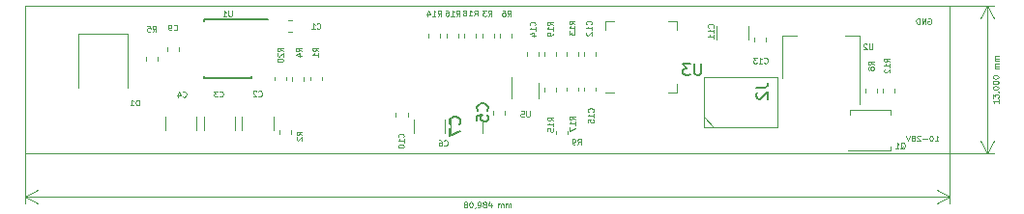
<source format=gbr>
G04 #@! TF.GenerationSoftware,KiCad,Pcbnew,(5.1.5-0-10_14)*
G04 #@! TF.CreationDate,2021-02-26T10:59:33+01:00*
G04 #@! TF.ProjectId,L_tfix,4cf67466-6978-42e6-9b69-6361645f7063,rev?*
G04 #@! TF.SameCoordinates,Original*
G04 #@! TF.FileFunction,Legend,Bot*
G04 #@! TF.FilePolarity,Positive*
%FSLAX46Y46*%
G04 Gerber Fmt 4.6, Leading zero omitted, Abs format (unit mm)*
G04 Created by KiCad (PCBNEW (5.1.5-0-10_14)) date 2021-02-26 10:59:33*
%MOMM*%
%LPD*%
G04 APERTURE LIST*
%ADD10C,0.100000*%
%ADD11C,0.120000*%
%ADD12C,0.050000*%
%ADD13C,0.150000*%
G04 APERTURE END LIST*
D10*
X100080952Y-21150000D02*
X100128571Y-21126190D01*
X100200000Y-21126190D01*
X100271428Y-21150000D01*
X100319047Y-21197619D01*
X100342857Y-21245238D01*
X100366666Y-21340476D01*
X100366666Y-21411904D01*
X100342857Y-21507142D01*
X100319047Y-21554761D01*
X100271428Y-21602380D01*
X100200000Y-21626190D01*
X100152380Y-21626190D01*
X100080952Y-21602380D01*
X100057142Y-21578571D01*
X100057142Y-21411904D01*
X100152380Y-21411904D01*
X99842857Y-21626190D02*
X99842857Y-21126190D01*
X99557142Y-21626190D01*
X99557142Y-21126190D01*
X99319047Y-21626190D02*
X99319047Y-21126190D01*
X99200000Y-21126190D01*
X99128571Y-21150000D01*
X99080952Y-21197619D01*
X99057142Y-21245238D01*
X99033333Y-21340476D01*
X99033333Y-21411904D01*
X99057142Y-21507142D01*
X99080952Y-21554761D01*
X99128571Y-21602380D01*
X99200000Y-21626190D01*
X99319047Y-21626190D01*
X100695238Y-31926190D02*
X100980952Y-31926190D01*
X100838095Y-31926190D02*
X100838095Y-31426190D01*
X100885714Y-31497619D01*
X100933333Y-31545238D01*
X100980952Y-31569047D01*
X100385714Y-31426190D02*
X100338095Y-31426190D01*
X100290476Y-31450000D01*
X100266666Y-31473809D01*
X100242857Y-31521428D01*
X100219047Y-31616666D01*
X100219047Y-31735714D01*
X100242857Y-31830952D01*
X100266666Y-31878571D01*
X100290476Y-31902380D01*
X100338095Y-31926190D01*
X100385714Y-31926190D01*
X100433333Y-31902380D01*
X100457142Y-31878571D01*
X100480952Y-31830952D01*
X100504761Y-31735714D01*
X100504761Y-31616666D01*
X100480952Y-31521428D01*
X100457142Y-31473809D01*
X100433333Y-31450000D01*
X100385714Y-31426190D01*
X100004761Y-31735714D02*
X99623809Y-31735714D01*
X99409523Y-31473809D02*
X99385714Y-31450000D01*
X99338095Y-31426190D01*
X99219047Y-31426190D01*
X99171428Y-31450000D01*
X99147619Y-31473809D01*
X99123809Y-31521428D01*
X99123809Y-31569047D01*
X99147619Y-31640476D01*
X99433333Y-31926190D01*
X99123809Y-31926190D01*
X98838095Y-31640476D02*
X98885714Y-31616666D01*
X98909523Y-31592857D01*
X98933333Y-31545238D01*
X98933333Y-31521428D01*
X98909523Y-31473809D01*
X98885714Y-31450000D01*
X98838095Y-31426190D01*
X98742857Y-31426190D01*
X98695238Y-31450000D01*
X98671428Y-31473809D01*
X98647619Y-31521428D01*
X98647619Y-31545238D01*
X98671428Y-31592857D01*
X98695238Y-31616666D01*
X98742857Y-31640476D01*
X98838095Y-31640476D01*
X98885714Y-31664285D01*
X98909523Y-31688095D01*
X98933333Y-31735714D01*
X98933333Y-31830952D01*
X98909523Y-31878571D01*
X98885714Y-31902380D01*
X98838095Y-31926190D01*
X98742857Y-31926190D01*
X98695238Y-31902380D01*
X98671428Y-31878571D01*
X98647619Y-31830952D01*
X98647619Y-31735714D01*
X98671428Y-31688095D01*
X98695238Y-31664285D01*
X98742857Y-31640476D01*
X98504761Y-31426190D02*
X98338095Y-31926190D01*
X98171428Y-31426190D01*
X106246190Y-28285714D02*
X106246190Y-28571428D01*
X106246190Y-28428571D02*
X105746190Y-28428571D01*
X105817619Y-28476190D01*
X105865238Y-28523809D01*
X105889047Y-28571428D01*
X105746190Y-28119047D02*
X105746190Y-27809523D01*
X105936666Y-27976190D01*
X105936666Y-27904761D01*
X105960476Y-27857142D01*
X105984285Y-27833333D01*
X106031904Y-27809523D01*
X106150952Y-27809523D01*
X106198571Y-27833333D01*
X106222380Y-27857142D01*
X106246190Y-27904761D01*
X106246190Y-28047619D01*
X106222380Y-28095238D01*
X106198571Y-28119047D01*
X106222380Y-27571428D02*
X106246190Y-27571428D01*
X106293809Y-27595238D01*
X106317619Y-27619047D01*
X105746190Y-27261904D02*
X105746190Y-27214285D01*
X105770000Y-27166666D01*
X105793809Y-27142857D01*
X105841428Y-27119047D01*
X105936666Y-27095238D01*
X106055714Y-27095238D01*
X106150952Y-27119047D01*
X106198571Y-27142857D01*
X106222380Y-27166666D01*
X106246190Y-27214285D01*
X106246190Y-27261904D01*
X106222380Y-27309523D01*
X106198571Y-27333333D01*
X106150952Y-27357142D01*
X106055714Y-27380952D01*
X105936666Y-27380952D01*
X105841428Y-27357142D01*
X105793809Y-27333333D01*
X105770000Y-27309523D01*
X105746190Y-27261904D01*
X105746190Y-26785714D02*
X105746190Y-26738095D01*
X105770000Y-26690476D01*
X105793809Y-26666666D01*
X105841428Y-26642857D01*
X105936666Y-26619047D01*
X106055714Y-26619047D01*
X106150952Y-26642857D01*
X106198571Y-26666666D01*
X106222380Y-26690476D01*
X106246190Y-26738095D01*
X106246190Y-26785714D01*
X106222380Y-26833333D01*
X106198571Y-26857142D01*
X106150952Y-26880952D01*
X106055714Y-26904761D01*
X105936666Y-26904761D01*
X105841428Y-26880952D01*
X105793809Y-26857142D01*
X105770000Y-26833333D01*
X105746190Y-26785714D01*
X105746190Y-26309523D02*
X105746190Y-26261904D01*
X105770000Y-26214285D01*
X105793809Y-26190476D01*
X105841428Y-26166666D01*
X105936666Y-26142857D01*
X106055714Y-26142857D01*
X106150952Y-26166666D01*
X106198571Y-26190476D01*
X106222380Y-26214285D01*
X106246190Y-26261904D01*
X106246190Y-26309523D01*
X106222380Y-26357142D01*
X106198571Y-26380952D01*
X106150952Y-26404761D01*
X106055714Y-26428571D01*
X105936666Y-26428571D01*
X105841428Y-26404761D01*
X105793809Y-26380952D01*
X105770000Y-26357142D01*
X105746190Y-26309523D01*
X106246190Y-25547619D02*
X105912857Y-25547619D01*
X105960476Y-25547619D02*
X105936666Y-25523809D01*
X105912857Y-25476190D01*
X105912857Y-25404761D01*
X105936666Y-25357142D01*
X105984285Y-25333333D01*
X106246190Y-25333333D01*
X105984285Y-25333333D02*
X105936666Y-25309523D01*
X105912857Y-25261904D01*
X105912857Y-25190476D01*
X105936666Y-25142857D01*
X105984285Y-25119047D01*
X106246190Y-25119047D01*
X106246190Y-24880952D02*
X105912857Y-24880952D01*
X105960476Y-24880952D02*
X105936666Y-24857142D01*
X105912857Y-24809523D01*
X105912857Y-24738095D01*
X105936666Y-24690476D01*
X105984285Y-24666666D01*
X106246190Y-24666666D01*
X105984285Y-24666666D02*
X105936666Y-24642857D01*
X105912857Y-24595238D01*
X105912857Y-24523809D01*
X105936666Y-24476190D01*
X105984285Y-24452380D01*
X106246190Y-24452380D01*
D11*
X105300000Y-33000000D02*
X105300000Y-20000000D01*
X102000000Y-33000000D02*
X105886421Y-33000000D01*
X102000000Y-20000000D02*
X105886421Y-20000000D01*
X105300000Y-20000000D02*
X105886421Y-21126504D01*
X105300000Y-20000000D02*
X104713579Y-21126504D01*
X105300000Y-33000000D02*
X105886421Y-31873496D01*
X105300000Y-33000000D02*
X104713579Y-31873496D01*
D10*
X59532073Y-37462992D02*
X59484453Y-37439185D01*
X59460642Y-37415377D01*
X59436830Y-37367759D01*
X59436828Y-37343950D01*
X59460635Y-37296329D01*
X59484443Y-37272518D01*
X59532061Y-37248706D01*
X59627299Y-37248700D01*
X59674919Y-37272507D01*
X59698730Y-37296315D01*
X59722543Y-37343933D01*
X59722544Y-37367742D01*
X59698737Y-37415363D01*
X59674929Y-37439174D01*
X59627312Y-37462986D01*
X59532073Y-37462992D01*
X59484456Y-37486804D01*
X59460648Y-37510615D01*
X59436841Y-37558236D01*
X59436847Y-37653474D01*
X59460659Y-37701091D01*
X59484470Y-37724899D01*
X59532090Y-37748706D01*
X59627329Y-37748700D01*
X59674946Y-37724888D01*
X59698754Y-37701077D01*
X59722561Y-37653457D01*
X59722555Y-37558219D01*
X59698743Y-37510601D01*
X59674932Y-37486793D01*
X59627312Y-37462986D01*
X60032061Y-37248676D02*
X60079680Y-37248674D01*
X60127300Y-37272480D01*
X60151111Y-37296288D01*
X60174924Y-37343906D01*
X60198739Y-37439143D01*
X60198746Y-37558190D01*
X60174942Y-37653430D01*
X60151135Y-37701050D01*
X60127327Y-37724861D01*
X60079709Y-37748674D01*
X60032090Y-37748676D01*
X59984470Y-37724870D01*
X59960659Y-37701062D01*
X59936847Y-37653444D01*
X59913032Y-37558207D01*
X59913024Y-37439160D01*
X59936828Y-37343920D01*
X59960635Y-37296300D01*
X59984443Y-37272489D01*
X60032061Y-37248676D01*
X60436851Y-37724843D02*
X60436852Y-37748652D01*
X60413046Y-37796273D01*
X60389238Y-37820084D01*
X60674948Y-37748638D02*
X60770186Y-37748633D01*
X60817803Y-37724820D01*
X60841611Y-37701009D01*
X60889226Y-37629578D01*
X60913030Y-37534339D01*
X60913019Y-37343862D01*
X60889206Y-37296245D01*
X60865396Y-37272437D01*
X60817775Y-37248630D01*
X60722537Y-37248636D01*
X60674919Y-37272448D01*
X60651111Y-37296259D01*
X60627305Y-37343879D01*
X60627312Y-37462927D01*
X60651124Y-37510545D01*
X60674935Y-37534353D01*
X60722555Y-37558159D01*
X60817793Y-37558154D01*
X60865411Y-37534341D01*
X60889219Y-37510530D01*
X60913026Y-37462910D01*
X61198740Y-37462893D02*
X61151120Y-37439086D01*
X61127309Y-37415278D01*
X61103496Y-37367661D01*
X61103495Y-37343851D01*
X61127302Y-37296231D01*
X61151110Y-37272420D01*
X61198727Y-37248607D01*
X61293966Y-37248602D01*
X61341586Y-37272408D01*
X61365397Y-37296216D01*
X61389209Y-37343834D01*
X61389211Y-37367644D01*
X61365404Y-37415264D01*
X61341596Y-37439075D01*
X61293978Y-37462887D01*
X61198740Y-37462893D01*
X61151123Y-37486705D01*
X61127314Y-37510516D01*
X61103508Y-37558137D01*
X61103513Y-37653375D01*
X61127326Y-37700993D01*
X61151137Y-37724801D01*
X61198757Y-37748607D01*
X61293995Y-37748602D01*
X61341613Y-37724789D01*
X61365421Y-37700978D01*
X61389228Y-37653358D01*
X61389222Y-37558120D01*
X61365410Y-37510502D01*
X61341599Y-37486694D01*
X61293978Y-37462887D01*
X61817785Y-37415237D02*
X61817805Y-37748571D01*
X61698726Y-37224768D02*
X61579700Y-37581918D01*
X61889223Y-37581900D01*
X62460662Y-37748533D02*
X62460642Y-37415199D01*
X62460645Y-37462818D02*
X62484453Y-37439007D01*
X62532071Y-37415195D01*
X62603499Y-37415191D01*
X62651120Y-37438997D01*
X62674932Y-37486615D01*
X62674948Y-37748520D01*
X62674932Y-37486615D02*
X62698739Y-37438995D01*
X62746356Y-37415182D01*
X62817785Y-37415178D01*
X62865405Y-37438985D01*
X62889218Y-37486602D01*
X62889233Y-37748507D01*
X63127329Y-37748493D02*
X63127309Y-37415160D01*
X63127312Y-37462779D02*
X63151120Y-37438968D01*
X63198737Y-37415155D01*
X63270166Y-37415151D01*
X63317786Y-37438958D01*
X63341599Y-37486576D01*
X63341614Y-37748480D01*
X63341599Y-37486576D02*
X63365405Y-37438955D01*
X63413023Y-37415143D01*
X63484452Y-37415139D01*
X63532072Y-37438945D01*
X63555884Y-37486563D01*
X63555900Y-37748468D01*
D11*
X21016225Y-36804799D02*
X102000225Y-36799999D01*
X21016000Y-33004800D02*
X21016260Y-37391220D01*
X102000000Y-33000000D02*
X102000260Y-37386420D01*
X102000225Y-36799999D02*
X100873756Y-37386487D01*
X102000225Y-36799999D02*
X100873686Y-36213645D01*
X21016225Y-36804799D02*
X22142764Y-37391153D01*
X21016225Y-36804799D02*
X22142694Y-36218311D01*
X80477400Y-29804400D02*
X81341000Y-30668000D01*
X80477400Y-30693400D02*
X80477400Y-26324600D01*
X86878200Y-30693400D02*
X80477400Y-30693400D01*
X86878200Y-26324600D02*
X86878200Y-30693400D01*
X80502800Y-26324600D02*
X86878200Y-26324600D01*
D12*
X21000000Y-30000000D02*
X21000000Y-33000000D01*
X21000000Y-23000000D02*
X21000000Y-30000000D01*
X21000000Y-20000000D02*
X21000000Y-23000000D01*
X102000000Y-20000000D02*
X21000000Y-20000000D01*
X102000000Y-20000000D02*
X102000000Y-33000000D01*
X21000000Y-33000000D02*
X102000000Y-33000000D01*
D11*
X34500320Y-23652301D02*
X34500320Y-23977859D01*
X33480320Y-23652301D02*
X33480320Y-23977859D01*
X55063600Y-31196864D02*
X55063600Y-29992736D01*
X57783600Y-31196864D02*
X57783600Y-29992736D01*
X63044840Y-29240301D02*
X63044840Y-29565859D01*
X62024840Y-29240301D02*
X62024840Y-29565859D01*
X72590360Y-27636280D02*
X71840360Y-27636280D01*
X78060360Y-21416280D02*
X78060360Y-22166280D01*
X77310360Y-21416280D02*
X78060360Y-21416280D01*
X71840360Y-21416280D02*
X71840360Y-22166280D01*
X72590360Y-21416280D02*
X71840360Y-21416280D01*
X78060360Y-27636280D02*
X78060360Y-26886280D01*
X77310360Y-27636280D02*
X78060360Y-27636280D01*
X65950360Y-26798080D02*
X65950360Y-28198080D01*
X63630360Y-28198080D02*
X63630360Y-26298080D01*
X42863080Y-26588979D02*
X42863080Y-26263421D01*
X43883080Y-26588979D02*
X43883080Y-26263421D01*
X93275000Y-29195000D02*
X93275000Y-29565000D01*
X96815000Y-29195000D02*
X96815000Y-29565000D01*
X96815000Y-32735000D02*
X96815000Y-32365000D01*
X93275000Y-29195000D02*
X96815000Y-29195000D01*
X96815000Y-32735000D02*
X93045000Y-32735000D01*
X96090000Y-27662779D02*
X96090000Y-27337221D01*
X97110000Y-27662779D02*
X97110000Y-27337221D01*
X95610000Y-27337221D02*
X95610000Y-27662779D01*
X94590000Y-27337221D02*
X94590000Y-27662779D01*
X29963400Y-22456000D02*
X25713400Y-22456000D01*
X29963400Y-22456000D02*
X29963400Y-27266000D01*
X25713400Y-27266000D02*
X25713400Y-22456000D01*
X85843880Y-22809021D02*
X85843880Y-23134579D01*
X84823880Y-22809021D02*
X84823880Y-23134579D01*
X54510440Y-29428261D02*
X54510440Y-29753819D01*
X53490440Y-29428261D02*
X53490440Y-29753819D01*
X94110000Y-28650000D02*
X94110000Y-22640000D01*
X87290000Y-26400000D02*
X87290000Y-22640000D01*
X94110000Y-22640000D02*
X92850000Y-22640000D01*
X87290000Y-22640000D02*
X88550000Y-22640000D01*
D13*
X40835400Y-21249400D02*
X42235400Y-21249400D01*
X40835400Y-26349400D02*
X36685400Y-26349400D01*
X40835400Y-21199400D02*
X36685400Y-21199400D01*
X40835400Y-26349400D02*
X40835400Y-26204400D01*
X36685400Y-26349400D02*
X36685400Y-26204400D01*
X36685400Y-21199400D02*
X36685400Y-21344400D01*
X40835400Y-21199400D02*
X40835400Y-21249400D01*
D11*
X63639200Y-22504321D02*
X63639200Y-22829879D01*
X62619200Y-22504321D02*
X62619200Y-22829879D01*
X62064400Y-22504321D02*
X62064400Y-22829879D01*
X61044400Y-22504321D02*
X61044400Y-22829879D01*
X43315200Y-31313279D02*
X43315200Y-30987721D01*
X44335200Y-31313279D02*
X44335200Y-30987721D01*
X31580400Y-24836379D02*
X31580400Y-24510821D01*
X32600400Y-24836379D02*
X32600400Y-24510821D01*
X45437560Y-26273581D02*
X45437560Y-26599139D01*
X44417560Y-26273581D02*
X44417560Y-26599139D01*
X45956800Y-26588979D02*
X45956800Y-26263421D01*
X46976800Y-26588979D02*
X46976800Y-26263421D01*
X81593900Y-23005364D02*
X81593900Y-21801236D01*
X84313900Y-23005364D02*
X84313900Y-21801236D01*
X44409579Y-22338800D02*
X44084021Y-22338800D01*
X44409579Y-21318800D02*
X44084021Y-21318800D01*
X68420560Y-27518719D02*
X68420560Y-27193161D01*
X69440560Y-27518719D02*
X69440560Y-27193161D01*
X67505080Y-27213381D02*
X67505080Y-27538939D01*
X66485080Y-27213381D02*
X66485080Y-27538939D01*
X66474920Y-24424899D02*
X66474920Y-24099341D01*
X67494920Y-24424899D02*
X67494920Y-24099341D01*
X58914800Y-22504121D02*
X58914800Y-22829679D01*
X57894800Y-22504121D02*
X57894800Y-22829679D01*
X60489600Y-22504321D02*
X60489600Y-22829879D01*
X59469600Y-22504321D02*
X59469600Y-22829879D01*
X56320000Y-22829879D02*
X56320000Y-22504321D01*
X57340000Y-22829879D02*
X57340000Y-22504321D01*
X68415480Y-24414739D02*
X68415480Y-24089181D01*
X69435480Y-24414739D02*
X69435480Y-24089181D01*
X67490920Y-31323539D02*
X67490920Y-30997981D01*
X68510920Y-31323539D02*
X68510920Y-30997981D01*
X70979800Y-27193161D02*
X70979800Y-27518719D01*
X69959800Y-27193161D02*
X69959800Y-27518719D01*
X64940760Y-24424899D02*
X64940760Y-24099341D01*
X65960760Y-24424899D02*
X65960760Y-24099341D01*
X69944560Y-24404579D02*
X69944560Y-24079021D01*
X70964560Y-24404579D02*
X70964560Y-24079021D01*
X58314800Y-31196864D02*
X58314800Y-29992736D01*
X61034800Y-31196864D02*
X61034800Y-29992736D01*
X40026800Y-30965264D02*
X40026800Y-29761136D01*
X42746800Y-30965264D02*
X42746800Y-29761136D01*
X36674000Y-30965264D02*
X36674000Y-29761136D01*
X39394000Y-30965264D02*
X39394000Y-29761136D01*
X33321200Y-30993664D02*
X33321200Y-29789536D01*
X36041200Y-30993664D02*
X36041200Y-29789536D01*
D10*
X34022853Y-22134371D02*
X34046662Y-22158180D01*
X34118091Y-22181990D01*
X34165710Y-22181990D01*
X34237139Y-22158180D01*
X34284758Y-22110561D01*
X34308567Y-22062942D01*
X34332377Y-21967704D01*
X34332377Y-21896276D01*
X34308567Y-21801038D01*
X34284758Y-21753419D01*
X34237139Y-21705800D01*
X34165710Y-21681990D01*
X34118091Y-21681990D01*
X34046662Y-21705800D01*
X34022853Y-21729609D01*
X33784758Y-22181990D02*
X33689520Y-22181990D01*
X33641900Y-22158180D01*
X33618091Y-22134371D01*
X33570472Y-22062942D01*
X33546662Y-21967704D01*
X33546662Y-21777228D01*
X33570472Y-21729609D01*
X33594281Y-21705800D01*
X33641900Y-21681990D01*
X33737139Y-21681990D01*
X33784758Y-21705800D01*
X33808567Y-21729609D01*
X33832377Y-21777228D01*
X33832377Y-21896276D01*
X33808567Y-21943895D01*
X33784758Y-21967704D01*
X33737139Y-21991514D01*
X33641900Y-21991514D01*
X33594281Y-21967704D01*
X33570472Y-21943895D01*
X33546662Y-21896276D01*
D13*
X59060742Y-30428133D02*
X59108361Y-30380514D01*
X59155980Y-30237657D01*
X59155980Y-30142419D01*
X59108361Y-29999561D01*
X59013123Y-29904323D01*
X58917885Y-29856704D01*
X58727409Y-29809085D01*
X58584552Y-29809085D01*
X58394076Y-29856704D01*
X58298838Y-29904323D01*
X58203600Y-29999561D01*
X58155980Y-30142419D01*
X58155980Y-30237657D01*
X58203600Y-30380514D01*
X58251219Y-30428133D01*
X58155980Y-30761466D02*
X58155980Y-31428133D01*
X59155980Y-30999561D01*
X61461982Y-29236413D02*
X61509601Y-29188794D01*
X61557220Y-29045937D01*
X61557220Y-28950699D01*
X61509601Y-28807841D01*
X61414363Y-28712603D01*
X61319125Y-28664984D01*
X61128649Y-28617365D01*
X60985792Y-28617365D01*
X60795316Y-28664984D01*
X60700078Y-28712603D01*
X60604840Y-28807841D01*
X60557220Y-28950699D01*
X60557220Y-29045937D01*
X60604840Y-29188794D01*
X60652459Y-29236413D01*
X60557220Y-30141175D02*
X60557220Y-29664984D01*
X61033411Y-29617365D01*
X60985792Y-29664984D01*
X60938173Y-29760222D01*
X60938173Y-29998318D01*
X60985792Y-30093556D01*
X61033411Y-30141175D01*
X61128649Y-30188794D01*
X61366744Y-30188794D01*
X61461982Y-30141175D01*
X61509601Y-30093556D01*
X61557220Y-29998318D01*
X61557220Y-29760222D01*
X61509601Y-29664984D01*
X61461982Y-29617365D01*
X80208064Y-25121660D02*
X80208064Y-25931184D01*
X80160445Y-26026422D01*
X80112826Y-26074041D01*
X80017588Y-26121660D01*
X79827112Y-26121660D01*
X79731874Y-26074041D01*
X79684255Y-26026422D01*
X79636636Y-25931184D01*
X79636636Y-25121660D01*
X79255683Y-25121660D02*
X78636636Y-25121660D01*
X78969969Y-25502613D01*
X78827112Y-25502613D01*
X78731874Y-25550232D01*
X78684255Y-25597851D01*
X78636636Y-25693089D01*
X78636636Y-25931184D01*
X78684255Y-26026422D01*
X78731874Y-26074041D01*
X78827112Y-26121660D01*
X79112826Y-26121660D01*
X79208064Y-26074041D01*
X79255683Y-26026422D01*
D10*
X65191632Y-29286750D02*
X65191632Y-29691512D01*
X65167822Y-29739131D01*
X65144013Y-29762940D01*
X65096394Y-29786750D01*
X65001156Y-29786750D01*
X64953537Y-29762940D01*
X64929727Y-29739131D01*
X64905918Y-29691512D01*
X64905918Y-29286750D01*
X64429727Y-29286750D02*
X64667822Y-29286750D01*
X64691632Y-29524845D01*
X64667822Y-29501036D01*
X64620203Y-29477226D01*
X64501156Y-29477226D01*
X64453537Y-29501036D01*
X64429727Y-29524845D01*
X64405918Y-29572464D01*
X64405918Y-29691512D01*
X64429727Y-29739131D01*
X64453537Y-29762940D01*
X64501156Y-29786750D01*
X64620203Y-29786750D01*
X64667822Y-29762940D01*
X64691632Y-29739131D01*
X43609430Y-24011811D02*
X43371335Y-23845144D01*
X43609430Y-23726097D02*
X43109430Y-23726097D01*
X43109430Y-23916573D01*
X43133240Y-23964192D01*
X43157049Y-23988001D01*
X43204668Y-24011811D01*
X43276097Y-24011811D01*
X43323716Y-23988001D01*
X43347525Y-23964192D01*
X43371335Y-23916573D01*
X43371335Y-23726097D01*
X43157049Y-24202287D02*
X43133240Y-24226097D01*
X43109430Y-24273716D01*
X43109430Y-24392763D01*
X43133240Y-24440382D01*
X43157049Y-24464192D01*
X43204668Y-24488001D01*
X43252287Y-24488001D01*
X43323716Y-24464192D01*
X43609430Y-24178478D01*
X43609430Y-24488001D01*
X43109430Y-24797525D02*
X43109430Y-24845144D01*
X43133240Y-24892763D01*
X43157049Y-24916573D01*
X43204668Y-24940382D01*
X43299906Y-24964192D01*
X43418954Y-24964192D01*
X43514192Y-24940382D01*
X43561811Y-24916573D01*
X43585620Y-24892763D01*
X43609430Y-24845144D01*
X43609430Y-24797525D01*
X43585620Y-24749906D01*
X43561811Y-24726097D01*
X43514192Y-24702287D01*
X43418954Y-24678478D01*
X43299906Y-24678478D01*
X43204668Y-24702287D01*
X43157049Y-24726097D01*
X43133240Y-24749906D01*
X43109430Y-24797525D01*
X97670019Y-32592809D02*
X97717638Y-32569000D01*
X97765257Y-32521380D01*
X97836685Y-32449952D01*
X97884304Y-32426142D01*
X97931923Y-32426142D01*
X97908114Y-32545190D02*
X97955733Y-32521380D01*
X98003352Y-32473761D01*
X98027161Y-32378523D01*
X98027161Y-32211857D01*
X98003352Y-32116619D01*
X97955733Y-32069000D01*
X97908114Y-32045190D01*
X97812876Y-32045190D01*
X97765257Y-32069000D01*
X97717638Y-32116619D01*
X97693828Y-32211857D01*
X97693828Y-32378523D01*
X97717638Y-32473761D01*
X97765257Y-32521380D01*
X97812876Y-32545190D01*
X97908114Y-32545190D01*
X97217638Y-32545190D02*
X97503352Y-32545190D01*
X97360495Y-32545190D02*
X97360495Y-32045190D01*
X97408114Y-32116619D01*
X97455733Y-32164238D01*
X97503352Y-32188047D01*
X96730990Y-24961771D02*
X96492895Y-24795104D01*
X96730990Y-24676057D02*
X96230990Y-24676057D01*
X96230990Y-24866533D01*
X96254800Y-24914152D01*
X96278609Y-24937961D01*
X96326228Y-24961771D01*
X96397657Y-24961771D01*
X96445276Y-24937961D01*
X96469085Y-24914152D01*
X96492895Y-24866533D01*
X96492895Y-24676057D01*
X96730990Y-25437961D02*
X96730990Y-25152247D01*
X96730990Y-25295104D02*
X96230990Y-25295104D01*
X96302419Y-25247485D01*
X96350038Y-25199866D01*
X96373847Y-25152247D01*
X96278609Y-25628438D02*
X96254800Y-25652247D01*
X96230990Y-25699866D01*
X96230990Y-25818914D01*
X96254800Y-25866533D01*
X96278609Y-25890342D01*
X96326228Y-25914152D01*
X96373847Y-25914152D01*
X96445276Y-25890342D01*
X96730990Y-25604628D01*
X96730990Y-25914152D01*
X95333990Y-25199866D02*
X95095895Y-25033200D01*
X95333990Y-24914152D02*
X94833990Y-24914152D01*
X94833990Y-25104628D01*
X94857800Y-25152247D01*
X94881609Y-25176057D01*
X94929228Y-25199866D01*
X95000657Y-25199866D01*
X95048276Y-25176057D01*
X95072085Y-25152247D01*
X95095895Y-25104628D01*
X95095895Y-24914152D01*
X95048276Y-25485580D02*
X95024466Y-25437961D01*
X95000657Y-25414152D01*
X94953038Y-25390342D01*
X94929228Y-25390342D01*
X94881609Y-25414152D01*
X94857800Y-25437961D01*
X94833990Y-25485580D01*
X94833990Y-25580819D01*
X94857800Y-25628438D01*
X94881609Y-25652247D01*
X94929228Y-25676057D01*
X94953038Y-25676057D01*
X95000657Y-25652247D01*
X95024466Y-25628438D01*
X95048276Y-25580819D01*
X95048276Y-25485580D01*
X95072085Y-25437961D01*
X95095895Y-25414152D01*
X95143514Y-25390342D01*
X95238752Y-25390342D01*
X95286371Y-25414152D01*
X95310180Y-25437961D01*
X95333990Y-25485580D01*
X95333990Y-25580819D01*
X95310180Y-25628438D01*
X95286371Y-25652247D01*
X95238752Y-25676057D01*
X95143514Y-25676057D01*
X95095895Y-25652247D01*
X95072085Y-25628438D01*
X95048276Y-25580819D01*
D13*
X85060580Y-27210466D02*
X85774866Y-27210466D01*
X85917723Y-27162847D01*
X86012961Y-27067609D01*
X86060580Y-26924752D01*
X86060580Y-26829514D01*
X85155819Y-27639038D02*
X85108200Y-27686657D01*
X85060580Y-27781895D01*
X85060580Y-28019990D01*
X85108200Y-28115228D01*
X85155819Y-28162847D01*
X85251057Y-28210466D01*
X85346295Y-28210466D01*
X85489152Y-28162847D01*
X86060580Y-27591419D01*
X86060580Y-28210466D01*
D10*
X30986247Y-28785990D02*
X30986247Y-28285990D01*
X30867200Y-28285990D01*
X30795771Y-28309800D01*
X30748152Y-28357419D01*
X30724342Y-28405038D01*
X30700533Y-28500276D01*
X30700533Y-28571704D01*
X30724342Y-28666942D01*
X30748152Y-28714561D01*
X30795771Y-28762180D01*
X30867200Y-28785990D01*
X30986247Y-28785990D01*
X30224342Y-28785990D02*
X30510057Y-28785990D01*
X30367200Y-28785990D02*
X30367200Y-28285990D01*
X30414819Y-28357419D01*
X30462438Y-28405038D01*
X30510057Y-28428847D01*
X85726428Y-25029971D02*
X85750238Y-25053780D01*
X85821666Y-25077590D01*
X85869285Y-25077590D01*
X85940714Y-25053780D01*
X85988333Y-25006161D01*
X86012142Y-24958542D01*
X86035952Y-24863304D01*
X86035952Y-24791876D01*
X86012142Y-24696638D01*
X85988333Y-24649019D01*
X85940714Y-24601400D01*
X85869285Y-24577590D01*
X85821666Y-24577590D01*
X85750238Y-24601400D01*
X85726428Y-24625209D01*
X85250238Y-25077590D02*
X85535952Y-25077590D01*
X85393095Y-25077590D02*
X85393095Y-24577590D01*
X85440714Y-24649019D01*
X85488333Y-24696638D01*
X85535952Y-24720447D01*
X85083571Y-24577590D02*
X84774047Y-24577590D01*
X84940714Y-24768066D01*
X84869285Y-24768066D01*
X84821666Y-24791876D01*
X84797857Y-24815685D01*
X84774047Y-24863304D01*
X84774047Y-24982352D01*
X84797857Y-25029971D01*
X84821666Y-25053780D01*
X84869285Y-25077590D01*
X85012142Y-25077590D01*
X85059761Y-25053780D01*
X85083571Y-25029971D01*
X54138371Y-31565771D02*
X54162180Y-31541961D01*
X54185990Y-31470533D01*
X54185990Y-31422914D01*
X54162180Y-31351485D01*
X54114561Y-31303866D01*
X54066942Y-31280057D01*
X53971704Y-31256247D01*
X53900276Y-31256247D01*
X53805038Y-31280057D01*
X53757419Y-31303866D01*
X53709800Y-31351485D01*
X53685990Y-31422914D01*
X53685990Y-31470533D01*
X53709800Y-31541961D01*
X53733609Y-31565771D01*
X54185990Y-32041961D02*
X54185990Y-31756247D01*
X54185990Y-31899104D02*
X53685990Y-31899104D01*
X53757419Y-31851485D01*
X53805038Y-31803866D01*
X53828847Y-31756247D01*
X53685990Y-32351485D02*
X53685990Y-32399104D01*
X53709800Y-32446723D01*
X53733609Y-32470533D01*
X53781228Y-32494342D01*
X53876466Y-32518152D01*
X53995514Y-32518152D01*
X54090752Y-32494342D01*
X54138371Y-32470533D01*
X54162180Y-32446723D01*
X54185990Y-32399104D01*
X54185990Y-32351485D01*
X54162180Y-32303866D01*
X54138371Y-32280057D01*
X54090752Y-32256247D01*
X53995514Y-32232438D01*
X53876466Y-32232438D01*
X53781228Y-32256247D01*
X53733609Y-32280057D01*
X53709800Y-32303866D01*
X53685990Y-32351485D01*
X95209352Y-23332990D02*
X95209352Y-23737752D01*
X95185542Y-23785371D01*
X95161733Y-23809180D01*
X95114114Y-23832990D01*
X95018876Y-23832990D01*
X94971257Y-23809180D01*
X94947447Y-23785371D01*
X94923638Y-23737752D01*
X94923638Y-23332990D01*
X94709352Y-23380609D02*
X94685542Y-23356800D01*
X94637923Y-23332990D01*
X94518876Y-23332990D01*
X94471257Y-23356800D01*
X94447447Y-23380609D01*
X94423638Y-23428228D01*
X94423638Y-23475847D01*
X94447447Y-23547276D01*
X94733161Y-23832990D01*
X94423638Y-23832990D01*
X39126152Y-20462790D02*
X39126152Y-20867552D01*
X39102342Y-20915171D01*
X39078533Y-20938980D01*
X39030914Y-20962790D01*
X38935676Y-20962790D01*
X38888057Y-20938980D01*
X38864247Y-20915171D01*
X38840438Y-20867552D01*
X38840438Y-20462790D01*
X38340438Y-20962790D02*
X38626152Y-20962790D01*
X38483295Y-20962790D02*
X38483295Y-20462790D01*
X38530914Y-20534219D01*
X38578533Y-20581838D01*
X38626152Y-20605647D01*
X63263333Y-20962790D02*
X63430000Y-20724695D01*
X63549047Y-20962790D02*
X63549047Y-20462790D01*
X63358571Y-20462790D01*
X63310952Y-20486600D01*
X63287142Y-20510409D01*
X63263333Y-20558028D01*
X63263333Y-20629457D01*
X63287142Y-20677076D01*
X63310952Y-20700885D01*
X63358571Y-20724695D01*
X63549047Y-20724695D01*
X62834761Y-20462790D02*
X62930000Y-20462790D01*
X62977619Y-20486600D01*
X63001428Y-20510409D01*
X63049047Y-20581838D01*
X63072857Y-20677076D01*
X63072857Y-20867552D01*
X63049047Y-20915171D01*
X63025238Y-20938980D01*
X62977619Y-20962790D01*
X62882380Y-20962790D01*
X62834761Y-20938980D01*
X62810952Y-20915171D01*
X62787142Y-20867552D01*
X62787142Y-20748504D01*
X62810952Y-20700885D01*
X62834761Y-20677076D01*
X62882380Y-20653266D01*
X62977619Y-20653266D01*
X63025238Y-20677076D01*
X63049047Y-20700885D01*
X63072857Y-20748504D01*
X61586933Y-20937390D02*
X61753600Y-20699295D01*
X61872647Y-20937390D02*
X61872647Y-20437390D01*
X61682171Y-20437390D01*
X61634552Y-20461200D01*
X61610742Y-20485009D01*
X61586933Y-20532628D01*
X61586933Y-20604057D01*
X61610742Y-20651676D01*
X61634552Y-20675485D01*
X61682171Y-20699295D01*
X61872647Y-20699295D01*
X61420266Y-20437390D02*
X61110742Y-20437390D01*
X61277409Y-20627866D01*
X61205980Y-20627866D01*
X61158361Y-20651676D01*
X61134552Y-20675485D01*
X61110742Y-20723104D01*
X61110742Y-20842152D01*
X61134552Y-20889771D01*
X61158361Y-20913580D01*
X61205980Y-20937390D01*
X61348838Y-20937390D01*
X61396457Y-20913580D01*
X61420266Y-20889771D01*
X45270590Y-31372066D02*
X45032495Y-31205400D01*
X45270590Y-31086352D02*
X44770590Y-31086352D01*
X44770590Y-31276828D01*
X44794400Y-31324447D01*
X44818209Y-31348257D01*
X44865828Y-31372066D01*
X44937257Y-31372066D01*
X44984876Y-31348257D01*
X45008685Y-31324447D01*
X45032495Y-31276828D01*
X45032495Y-31086352D01*
X44818209Y-31562542D02*
X44794400Y-31586352D01*
X44770590Y-31633971D01*
X44770590Y-31753019D01*
X44794400Y-31800638D01*
X44818209Y-31824447D01*
X44865828Y-31848257D01*
X44913447Y-31848257D01*
X44984876Y-31824447D01*
X45270590Y-31538733D01*
X45270590Y-31848257D01*
X32183893Y-22298830D02*
X32350560Y-22060735D01*
X32469607Y-22298830D02*
X32469607Y-21798830D01*
X32279131Y-21798830D01*
X32231512Y-21822640D01*
X32207702Y-21846449D01*
X32183893Y-21894068D01*
X32183893Y-21965497D01*
X32207702Y-22013116D01*
X32231512Y-22036925D01*
X32279131Y-22060735D01*
X32469607Y-22060735D01*
X31731512Y-21798830D02*
X31969607Y-21798830D01*
X31993417Y-22036925D01*
X31969607Y-22013116D01*
X31921988Y-21989306D01*
X31802940Y-21989306D01*
X31755321Y-22013116D01*
X31731512Y-22036925D01*
X31707702Y-22084544D01*
X31707702Y-22203592D01*
X31731512Y-22251211D01*
X31755321Y-22275020D01*
X31802940Y-22298830D01*
X31921988Y-22298830D01*
X31969607Y-22275020D01*
X31993417Y-22251211D01*
X45219790Y-24031466D02*
X44981695Y-23864800D01*
X45219790Y-23745752D02*
X44719790Y-23745752D01*
X44719790Y-23936228D01*
X44743600Y-23983847D01*
X44767409Y-24007657D01*
X44815028Y-24031466D01*
X44886457Y-24031466D01*
X44934076Y-24007657D01*
X44957885Y-23983847D01*
X44981695Y-23936228D01*
X44981695Y-23745752D01*
X44886457Y-24460038D02*
X45219790Y-24460038D01*
X44695980Y-24340990D02*
X45053123Y-24221942D01*
X45053123Y-24531466D01*
X46703150Y-24011146D02*
X46465055Y-23844480D01*
X46703150Y-23725432D02*
X46203150Y-23725432D01*
X46203150Y-23915908D01*
X46226960Y-23963527D01*
X46250769Y-23987337D01*
X46298388Y-24011146D01*
X46369817Y-24011146D01*
X46417436Y-23987337D01*
X46441245Y-23963527D01*
X46465055Y-23915908D01*
X46465055Y-23725432D01*
X46703150Y-24487337D02*
X46703150Y-24201622D01*
X46703150Y-24344480D02*
X46203150Y-24344480D01*
X46274579Y-24296860D01*
X46322198Y-24249241D01*
X46346007Y-24201622D01*
X81265571Y-21939171D02*
X81289380Y-21915361D01*
X81313190Y-21843933D01*
X81313190Y-21796314D01*
X81289380Y-21724885D01*
X81241761Y-21677266D01*
X81194142Y-21653457D01*
X81098904Y-21629647D01*
X81027476Y-21629647D01*
X80932238Y-21653457D01*
X80884619Y-21677266D01*
X80837000Y-21724885D01*
X80813190Y-21796314D01*
X80813190Y-21843933D01*
X80837000Y-21915361D01*
X80860809Y-21939171D01*
X81313190Y-22415361D02*
X81313190Y-22129647D01*
X81313190Y-22272504D02*
X80813190Y-22272504D01*
X80884619Y-22224885D01*
X80932238Y-22177266D01*
X80956047Y-22129647D01*
X81313190Y-22891552D02*
X81313190Y-22605838D01*
X81313190Y-22748695D02*
X80813190Y-22748695D01*
X80884619Y-22701076D01*
X80932238Y-22653457D01*
X80956047Y-22605838D01*
X46575533Y-22007371D02*
X46599342Y-22031180D01*
X46670771Y-22054990D01*
X46718390Y-22054990D01*
X46789819Y-22031180D01*
X46837438Y-21983561D01*
X46861247Y-21935942D01*
X46885057Y-21840704D01*
X46885057Y-21769276D01*
X46861247Y-21674038D01*
X46837438Y-21626419D01*
X46789819Y-21578800D01*
X46718390Y-21554990D01*
X46670771Y-21554990D01*
X46599342Y-21578800D01*
X46575533Y-21602609D01*
X46099342Y-22054990D02*
X46385057Y-22054990D01*
X46242200Y-22054990D02*
X46242200Y-21554990D01*
X46289819Y-21626419D01*
X46337438Y-21674038D01*
X46385057Y-21697847D01*
X69171990Y-30026531D02*
X68933895Y-29859864D01*
X69171990Y-29740817D02*
X68671990Y-29740817D01*
X68671990Y-29931293D01*
X68695800Y-29978912D01*
X68719609Y-30002721D01*
X68767228Y-30026531D01*
X68838657Y-30026531D01*
X68886276Y-30002721D01*
X68910085Y-29978912D01*
X68933895Y-29931293D01*
X68933895Y-29740817D01*
X69171990Y-30502721D02*
X69171990Y-30217007D01*
X69171990Y-30359864D02*
X68671990Y-30359864D01*
X68743419Y-30312245D01*
X68791038Y-30264626D01*
X68814847Y-30217007D01*
X68671990Y-30669388D02*
X68671990Y-31002721D01*
X69171990Y-30788436D01*
X67277150Y-30128131D02*
X67039055Y-29961464D01*
X67277150Y-29842417D02*
X66777150Y-29842417D01*
X66777150Y-30032893D01*
X66800960Y-30080512D01*
X66824769Y-30104321D01*
X66872388Y-30128131D01*
X66943817Y-30128131D01*
X66991436Y-30104321D01*
X67015245Y-30080512D01*
X67039055Y-30032893D01*
X67039055Y-29842417D01*
X67277150Y-30604321D02*
X67277150Y-30318607D01*
X67277150Y-30461464D02*
X66777150Y-30461464D01*
X66848579Y-30413845D01*
X66896198Y-30366226D01*
X66920007Y-30318607D01*
X66777150Y-31056702D02*
X66777150Y-30818607D01*
X67015245Y-30794798D01*
X66991436Y-30818607D01*
X66967626Y-30866226D01*
X66967626Y-30985274D01*
X66991436Y-31032893D01*
X67015245Y-31056702D01*
X67062864Y-31080512D01*
X67181912Y-31080512D01*
X67229531Y-31056702D01*
X67253340Y-31032893D01*
X67277150Y-30985274D01*
X67277150Y-30866226D01*
X67253340Y-30818607D01*
X67229531Y-30794798D01*
X67211110Y-21730891D02*
X66973015Y-21564224D01*
X67211110Y-21445177D02*
X66711110Y-21445177D01*
X66711110Y-21635653D01*
X66734920Y-21683272D01*
X66758729Y-21707081D01*
X66806348Y-21730891D01*
X66877777Y-21730891D01*
X66925396Y-21707081D01*
X66949205Y-21683272D01*
X66973015Y-21635653D01*
X66973015Y-21445177D01*
X67211110Y-22207081D02*
X67211110Y-21921367D01*
X67211110Y-22064224D02*
X66711110Y-22064224D01*
X66782539Y-22016605D01*
X66830158Y-21968986D01*
X66853967Y-21921367D01*
X67211110Y-22445177D02*
X67211110Y-22540415D01*
X67187300Y-22588034D01*
X67163491Y-22611843D01*
X67092062Y-22659462D01*
X66996824Y-22683272D01*
X66806348Y-22683272D01*
X66758729Y-22659462D01*
X66734920Y-22635653D01*
X66711110Y-22588034D01*
X66711110Y-22492796D01*
X66734920Y-22445177D01*
X66758729Y-22421367D01*
X66806348Y-22397558D01*
X66925396Y-22397558D01*
X66973015Y-22421367D01*
X66996824Y-22445177D01*
X67020634Y-22492796D01*
X67020634Y-22588034D01*
X66996824Y-22635653D01*
X66973015Y-22659462D01*
X66925396Y-22683272D01*
X58777028Y-20937390D02*
X58943695Y-20699295D01*
X59062742Y-20937390D02*
X59062742Y-20437390D01*
X58872266Y-20437390D01*
X58824647Y-20461200D01*
X58800838Y-20485009D01*
X58777028Y-20532628D01*
X58777028Y-20604057D01*
X58800838Y-20651676D01*
X58824647Y-20675485D01*
X58872266Y-20699295D01*
X59062742Y-20699295D01*
X58300838Y-20937390D02*
X58586552Y-20937390D01*
X58443695Y-20937390D02*
X58443695Y-20437390D01*
X58491314Y-20508819D01*
X58538933Y-20556438D01*
X58586552Y-20580247D01*
X57872266Y-20437390D02*
X57967504Y-20437390D01*
X58015123Y-20461200D01*
X58038933Y-20485009D01*
X58086552Y-20556438D01*
X58110361Y-20651676D01*
X58110361Y-20842152D01*
X58086552Y-20889771D01*
X58062742Y-20913580D01*
X58015123Y-20937390D01*
X57919885Y-20937390D01*
X57872266Y-20913580D01*
X57848457Y-20889771D01*
X57824647Y-20842152D01*
X57824647Y-20723104D01*
X57848457Y-20675485D01*
X57872266Y-20651676D01*
X57919885Y-20627866D01*
X58015123Y-20627866D01*
X58062742Y-20651676D01*
X58086552Y-20675485D01*
X58110361Y-20723104D01*
X60326428Y-20911990D02*
X60493095Y-20673895D01*
X60612142Y-20911990D02*
X60612142Y-20411990D01*
X60421666Y-20411990D01*
X60374047Y-20435800D01*
X60350238Y-20459609D01*
X60326428Y-20507228D01*
X60326428Y-20578657D01*
X60350238Y-20626276D01*
X60374047Y-20650085D01*
X60421666Y-20673895D01*
X60612142Y-20673895D01*
X59850238Y-20911990D02*
X60135952Y-20911990D01*
X59993095Y-20911990D02*
X59993095Y-20411990D01*
X60040714Y-20483419D01*
X60088333Y-20531038D01*
X60135952Y-20554847D01*
X59564523Y-20626276D02*
X59612142Y-20602466D01*
X59635952Y-20578657D01*
X59659761Y-20531038D01*
X59659761Y-20507228D01*
X59635952Y-20459609D01*
X59612142Y-20435800D01*
X59564523Y-20411990D01*
X59469285Y-20411990D01*
X59421666Y-20435800D01*
X59397857Y-20459609D01*
X59374047Y-20507228D01*
X59374047Y-20531038D01*
X59397857Y-20578657D01*
X59421666Y-20602466D01*
X59469285Y-20626276D01*
X59564523Y-20626276D01*
X59612142Y-20650085D01*
X59635952Y-20673895D01*
X59659761Y-20721514D01*
X59659761Y-20816752D01*
X59635952Y-20864371D01*
X59612142Y-20888180D01*
X59564523Y-20911990D01*
X59469285Y-20911990D01*
X59421666Y-20888180D01*
X59397857Y-20864371D01*
X59374047Y-20816752D01*
X59374047Y-20721514D01*
X59397857Y-20673895D01*
X59421666Y-20650085D01*
X59469285Y-20626276D01*
X57151428Y-20937390D02*
X57318095Y-20699295D01*
X57437142Y-20937390D02*
X57437142Y-20437390D01*
X57246666Y-20437390D01*
X57199047Y-20461200D01*
X57175238Y-20485009D01*
X57151428Y-20532628D01*
X57151428Y-20604057D01*
X57175238Y-20651676D01*
X57199047Y-20675485D01*
X57246666Y-20699295D01*
X57437142Y-20699295D01*
X56675238Y-20937390D02*
X56960952Y-20937390D01*
X56818095Y-20937390D02*
X56818095Y-20437390D01*
X56865714Y-20508819D01*
X56913333Y-20556438D01*
X56960952Y-20580247D01*
X56246666Y-20604057D02*
X56246666Y-20937390D01*
X56365714Y-20413580D02*
X56484761Y-20770723D01*
X56175238Y-20770723D01*
X69146590Y-21629291D02*
X68908495Y-21462624D01*
X69146590Y-21343577D02*
X68646590Y-21343577D01*
X68646590Y-21534053D01*
X68670400Y-21581672D01*
X68694209Y-21605481D01*
X68741828Y-21629291D01*
X68813257Y-21629291D01*
X68860876Y-21605481D01*
X68884685Y-21581672D01*
X68908495Y-21534053D01*
X68908495Y-21343577D01*
X69146590Y-22105481D02*
X69146590Y-21819767D01*
X69146590Y-21962624D02*
X68646590Y-21962624D01*
X68718019Y-21915005D01*
X68765638Y-21867386D01*
X68789447Y-21819767D01*
X68646590Y-22272148D02*
X68646590Y-22581672D01*
X68837066Y-22415005D01*
X68837066Y-22486434D01*
X68860876Y-22534053D01*
X68884685Y-22557862D01*
X68932304Y-22581672D01*
X69051352Y-22581672D01*
X69098971Y-22557862D01*
X69122780Y-22534053D01*
X69146590Y-22486434D01*
X69146590Y-22343577D01*
X69122780Y-22295958D01*
X69098971Y-22272148D01*
X69389813Y-32225150D02*
X69556480Y-31987055D01*
X69675527Y-32225150D02*
X69675527Y-31725150D01*
X69485051Y-31725150D01*
X69437432Y-31748960D01*
X69413622Y-31772769D01*
X69389813Y-31820388D01*
X69389813Y-31891817D01*
X69413622Y-31939436D01*
X69437432Y-31963245D01*
X69485051Y-31987055D01*
X69675527Y-31987055D01*
X69151718Y-32225150D02*
X69056480Y-32225150D01*
X69008860Y-32201340D01*
X68985051Y-32177531D01*
X68937432Y-32106102D01*
X68913622Y-32010864D01*
X68913622Y-31820388D01*
X68937432Y-31772769D01*
X68961241Y-31748960D01*
X69008860Y-31725150D01*
X69104099Y-31725150D01*
X69151718Y-31748960D01*
X69175527Y-31772769D01*
X69199337Y-31820388D01*
X69199337Y-31939436D01*
X69175527Y-31987055D01*
X69151718Y-32010864D01*
X69104099Y-32034674D01*
X69008860Y-32034674D01*
X68961241Y-32010864D01*
X68937432Y-31987055D01*
X68913622Y-31939436D01*
X70755051Y-29340731D02*
X70778860Y-29316921D01*
X70802670Y-29245493D01*
X70802670Y-29197874D01*
X70778860Y-29126445D01*
X70731241Y-29078826D01*
X70683622Y-29055017D01*
X70588384Y-29031207D01*
X70516956Y-29031207D01*
X70421718Y-29055017D01*
X70374099Y-29078826D01*
X70326480Y-29126445D01*
X70302670Y-29197874D01*
X70302670Y-29245493D01*
X70326480Y-29316921D01*
X70350289Y-29340731D01*
X70802670Y-29816921D02*
X70802670Y-29531207D01*
X70802670Y-29674064D02*
X70302670Y-29674064D01*
X70374099Y-29626445D01*
X70421718Y-29578826D01*
X70445527Y-29531207D01*
X70302670Y-30269302D02*
X70302670Y-30031207D01*
X70540765Y-30007398D01*
X70516956Y-30031207D01*
X70493146Y-30078826D01*
X70493146Y-30197874D01*
X70516956Y-30245493D01*
X70540765Y-30269302D01*
X70588384Y-30293112D01*
X70707432Y-30293112D01*
X70755051Y-30269302D01*
X70778860Y-30245493D01*
X70802670Y-30197874D01*
X70802670Y-30078826D01*
X70778860Y-30031207D01*
X70755051Y-30007398D01*
X65654731Y-21741051D02*
X65678540Y-21717241D01*
X65702350Y-21645813D01*
X65702350Y-21598194D01*
X65678540Y-21526765D01*
X65630921Y-21479146D01*
X65583302Y-21455337D01*
X65488064Y-21431527D01*
X65416636Y-21431527D01*
X65321398Y-21455337D01*
X65273779Y-21479146D01*
X65226160Y-21526765D01*
X65202350Y-21598194D01*
X65202350Y-21645813D01*
X65226160Y-21717241D01*
X65249969Y-21741051D01*
X65702350Y-22217241D02*
X65702350Y-21931527D01*
X65702350Y-22074384D02*
X65202350Y-22074384D01*
X65273779Y-22026765D01*
X65321398Y-21979146D01*
X65345207Y-21931527D01*
X65369017Y-22645813D02*
X65702350Y-22645813D01*
X65178540Y-22526765D02*
X65535683Y-22407718D01*
X65535683Y-22717241D01*
X70592491Y-21675011D02*
X70616300Y-21651201D01*
X70640110Y-21579773D01*
X70640110Y-21532154D01*
X70616300Y-21460725D01*
X70568681Y-21413106D01*
X70521062Y-21389297D01*
X70425824Y-21365487D01*
X70354396Y-21365487D01*
X70259158Y-21389297D01*
X70211539Y-21413106D01*
X70163920Y-21460725D01*
X70140110Y-21532154D01*
X70140110Y-21579773D01*
X70163920Y-21651201D01*
X70187729Y-21675011D01*
X70640110Y-22151201D02*
X70640110Y-21865487D01*
X70640110Y-22008344D02*
X70140110Y-22008344D01*
X70211539Y-21960725D01*
X70259158Y-21913106D01*
X70282967Y-21865487D01*
X70187729Y-22341678D02*
X70163920Y-22365487D01*
X70140110Y-22413106D01*
X70140110Y-22532154D01*
X70163920Y-22579773D01*
X70187729Y-22603582D01*
X70235348Y-22627392D01*
X70282967Y-22627392D01*
X70354396Y-22603582D01*
X70640110Y-22317868D01*
X70640110Y-22627392D01*
X57710893Y-32284211D02*
X57734702Y-32308020D01*
X57806131Y-32331830D01*
X57853750Y-32331830D01*
X57925179Y-32308020D01*
X57972798Y-32260401D01*
X57996607Y-32212782D01*
X58020417Y-32117544D01*
X58020417Y-32046116D01*
X57996607Y-31950878D01*
X57972798Y-31903259D01*
X57925179Y-31855640D01*
X57853750Y-31831830D01*
X57806131Y-31831830D01*
X57734702Y-31855640D01*
X57710893Y-31879449D01*
X57282321Y-31831830D02*
X57377560Y-31831830D01*
X57425179Y-31855640D01*
X57448988Y-31879449D01*
X57496607Y-31950878D01*
X57520417Y-32046116D01*
X57520417Y-32236592D01*
X57496607Y-32284211D01*
X57472798Y-32308020D01*
X57425179Y-32331830D01*
X57329940Y-32331830D01*
X57282321Y-32308020D01*
X57258512Y-32284211D01*
X57234702Y-32236592D01*
X57234702Y-32117544D01*
X57258512Y-32069925D01*
X57282321Y-32046116D01*
X57329940Y-32022306D01*
X57425179Y-32022306D01*
X57472798Y-32046116D01*
X57496607Y-32069925D01*
X57520417Y-32117544D01*
X41444733Y-27950971D02*
X41468542Y-27974780D01*
X41539971Y-27998590D01*
X41587590Y-27998590D01*
X41659019Y-27974780D01*
X41706638Y-27927161D01*
X41730447Y-27879542D01*
X41754257Y-27784304D01*
X41754257Y-27712876D01*
X41730447Y-27617638D01*
X41706638Y-27570019D01*
X41659019Y-27522400D01*
X41587590Y-27498590D01*
X41539971Y-27498590D01*
X41468542Y-27522400D01*
X41444733Y-27546209D01*
X41254257Y-27546209D02*
X41230447Y-27522400D01*
X41182828Y-27498590D01*
X41063780Y-27498590D01*
X41016161Y-27522400D01*
X40992352Y-27546209D01*
X40968542Y-27593828D01*
X40968542Y-27641447D01*
X40992352Y-27712876D01*
X41278066Y-27998590D01*
X40968542Y-27998590D01*
X38041133Y-27976371D02*
X38064942Y-28000180D01*
X38136371Y-28023990D01*
X38183990Y-28023990D01*
X38255419Y-28000180D01*
X38303038Y-27952561D01*
X38326847Y-27904942D01*
X38350657Y-27809704D01*
X38350657Y-27738276D01*
X38326847Y-27643038D01*
X38303038Y-27595419D01*
X38255419Y-27547800D01*
X38183990Y-27523990D01*
X38136371Y-27523990D01*
X38064942Y-27547800D01*
X38041133Y-27571609D01*
X37874466Y-27523990D02*
X37564942Y-27523990D01*
X37731609Y-27714466D01*
X37660180Y-27714466D01*
X37612561Y-27738276D01*
X37588752Y-27762085D01*
X37564942Y-27809704D01*
X37564942Y-27928752D01*
X37588752Y-27976371D01*
X37612561Y-28000180D01*
X37660180Y-28023990D01*
X37803038Y-28023990D01*
X37850657Y-28000180D01*
X37874466Y-27976371D01*
X34815333Y-28001771D02*
X34839142Y-28025580D01*
X34910571Y-28049390D01*
X34958190Y-28049390D01*
X35029619Y-28025580D01*
X35077238Y-27977961D01*
X35101047Y-27930342D01*
X35124857Y-27835104D01*
X35124857Y-27763676D01*
X35101047Y-27668438D01*
X35077238Y-27620819D01*
X35029619Y-27573200D01*
X34958190Y-27549390D01*
X34910571Y-27549390D01*
X34839142Y-27573200D01*
X34815333Y-27597009D01*
X34386761Y-27716057D02*
X34386761Y-28049390D01*
X34505809Y-27525580D02*
X34624857Y-27882723D01*
X34315333Y-27882723D01*
M02*

</source>
